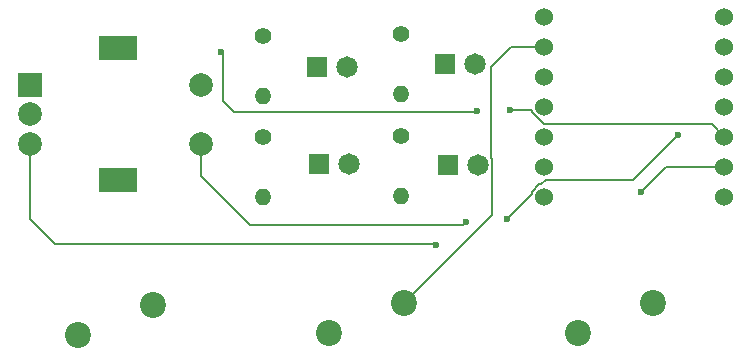
<source format=gbr>
%TF.GenerationSoftware,KiCad,Pcbnew,8.99.0-3419-gcbbcb5ae32*%
%TF.CreationDate,2025-07-01T05:37:35+08:00*%
%TF.ProjectId,pinder,70696e64-6572-42e6-9b69-6361645f7063,rev?*%
%TF.SameCoordinates,Original*%
%TF.FileFunction,Copper,L2,Bot*%
%TF.FilePolarity,Positive*%
%FSLAX46Y46*%
G04 Gerber Fmt 4.6, Leading zero omitted, Abs format (unit mm)*
G04 Created by KiCad (PCBNEW 8.99.0-3419-gcbbcb5ae32) date 2025-07-01 05:37:35*
%MOMM*%
%LPD*%
G01*
G04 APERTURE LIST*
%TA.AperFunction,ComponentPad*%
%ADD10C,1.400000*%
%TD*%
%TA.AperFunction,ComponentPad*%
%ADD11O,1.400000X1.400000*%
%TD*%
%TA.AperFunction,ComponentPad*%
%ADD12C,1.815000*%
%TD*%
%TA.AperFunction,ComponentPad*%
%ADD13R,1.815000X1.815000*%
%TD*%
%TA.AperFunction,ComponentPad*%
%ADD14C,2.200000*%
%TD*%
%TA.AperFunction,ComponentPad*%
%ADD15C,1.524000*%
%TD*%
%TA.AperFunction,ComponentPad*%
%ADD16R,2.000000X2.000000*%
%TD*%
%TA.AperFunction,ComponentPad*%
%ADD17C,2.000000*%
%TD*%
%TA.AperFunction,ComponentPad*%
%ADD18R,3.200000X2.000000*%
%TD*%
%TA.AperFunction,ViaPad*%
%ADD19C,0.600000*%
%TD*%
%TA.AperFunction,Conductor*%
%ADD20C,0.200000*%
%TD*%
G04 APERTURE END LIST*
D10*
%TO.P,R2,1*%
%TO.N,Net-(D2-PadA)*%
X118580000Y-55935000D03*
D11*
%TO.P,R2,2*%
%TO.N,LED2*%
X118580000Y-61015000D03*
%TD*%
D12*
%TO.P,D1,A*%
%TO.N,Net-(D1-PadA)*%
X136500000Y-58300000D03*
D13*
%TO.P,D1,C*%
%TO.N,unconnected-(D1-PadC)*%
X133960000Y-58300000D03*
%TD*%
D10*
%TO.P,R1,1*%
%TO.N,Net-(D1-PadA)*%
X130230000Y-55760000D03*
D11*
%TO.P,R1,2*%
%TO.N,LED1*%
X130230000Y-60840000D03*
%TD*%
D14*
%TO.P,SW3,1,1*%
%TO.N,button3*%
X151620000Y-78540000D03*
%TO.P,SW3,2,2*%
%TO.N,GND*%
X145270000Y-81080000D03*
%TD*%
D10*
%TO.P,R4,1*%
%TO.N,Net-(D4-PadA)*%
X118615000Y-64450000D03*
D11*
%TO.P,R4,2*%
%TO.N,LED4*%
X118615000Y-69530000D03*
%TD*%
D14*
%TO.P,SW2,1,1*%
%TO.N,button2*%
X130480000Y-78540000D03*
%TO.P,SW2,2,2*%
%TO.N,GND*%
X124130000Y-81080000D03*
%TD*%
D10*
%TO.P,R3,1*%
%TO.N,Net-(D3-PadA)*%
X130265000Y-64350000D03*
D11*
%TO.P,R3,2*%
%TO.N,LED3*%
X130265000Y-69430000D03*
%TD*%
D12*
%TO.P,D3,A*%
%TO.N,Net-(D3-PadA)*%
X136765000Y-66800000D03*
D13*
%TO.P,D3,C*%
%TO.N,unconnected-(D3-PadC)*%
X134225000Y-66800000D03*
%TD*%
D15*
%TO.P,U1,1,GPIO26/ADC0/A0*%
%TO.N,button1*%
X142395600Y-54291200D03*
%TO.P,U1,2,GPIO27/ADC1/A1*%
%TO.N,button2*%
X142395600Y-56831200D03*
%TO.P,U1,3,GPIO28/ADC2/A2*%
%TO.N,button3*%
X142395600Y-59371200D03*
%TO.P,U1,4,GPIO29/ADC3/A3*%
%TO.N,LED1*%
X142395600Y-61911200D03*
%TO.P,U1,5,GPIO6/SDA*%
%TO.N,LED2*%
X142395600Y-64451200D03*
%TO.P,U1,6,GPIO7/SCL*%
%TO.N,LED3*%
X142395600Y-66991200D03*
%TO.P,U1,7,GPIO0/TX*%
%TO.N,LED4*%
X142395600Y-69531200D03*
%TO.P,U1,8,GPIO1/RX*%
%TO.N,unconnected-(U1-GPIO1{slash}RX-Pad8)*%
X157635600Y-69531200D03*
%TO.P,U1,9,GPIO2/SCK*%
%TO.N,Net-(U1-GPIO2{slash}SCK)*%
X157635600Y-66991200D03*
%TO.P,U1,10,GPIO4/MISO*%
%TO.N,Net-(U1-GPIO4{slash}MISO)*%
X157635600Y-64451200D03*
%TO.P,U1,11,GPIO3/MOSI*%
%TO.N,Net-(U1-GPIO3{slash}MOSI)*%
X157635600Y-61911200D03*
%TO.P,U1,12,3V3*%
%TO.N,unconnected-(U1-3V3-Pad12)*%
X157635600Y-59371200D03*
%TO.P,U1,13,GND*%
%TO.N,GND*%
X157635600Y-56831200D03*
%TO.P,U1,14,VBUS*%
%TO.N,unconnected-(U1-VBUS-Pad14)*%
X157635600Y-54291200D03*
%TD*%
D14*
%TO.P,SW1,1,1*%
%TO.N,button1*%
X109224000Y-78630400D03*
%TO.P,SW1,2,2*%
%TO.N,GND*%
X102874000Y-81170400D03*
%TD*%
D12*
%TO.P,D2,A*%
%TO.N,Net-(D2-PadA)*%
X125650000Y-58525000D03*
D13*
%TO.P,D2,C*%
%TO.N,unconnected-(D2-PadC)*%
X123110000Y-58525000D03*
%TD*%
D16*
%TO.P,SW4,A,A*%
%TO.N,Net-(U1-GPIO4{slash}MISO)*%
X98825000Y-60025000D03*
D17*
%TO.P,SW4,B,B*%
%TO.N,Net-(U1-GPIO2{slash}SCK)*%
X98825000Y-65025000D03*
%TO.P,SW4,C,C*%
%TO.N,GND*%
X98825000Y-62525000D03*
D18*
%TO.P,SW4,MP*%
%TO.N,N/C*%
X106325000Y-56925000D03*
X106325000Y-68125000D03*
D17*
%TO.P,SW4,S1,S1*%
%TO.N,Net-(U1-GPIO3{slash}MOSI)*%
X113325000Y-65025000D03*
%TO.P,SW4,S2,S2*%
%TO.N,GND*%
X113325000Y-60025000D03*
%TD*%
D12*
%TO.P,D4,A*%
%TO.N,Net-(D4-PadA)*%
X125860000Y-66700000D03*
D13*
%TO.P,D4,C*%
%TO.N,unconnected-(D4-PadC)*%
X123320000Y-66700000D03*
%TD*%
D19*
%TO.N,Net-(U1-GPIO4{slash}MISO)*%
X136700000Y-62275000D03*
X115050000Y-57225000D03*
X139475000Y-62150000D03*
%TO.N,Net-(U1-GPIO2{slash}SCK)*%
X150575000Y-69075000D03*
X133250000Y-73550000D03*
%TO.N,Net-(U1-GPIO3{slash}MOSI)*%
X139250000Y-71425000D03*
X153675000Y-64275000D03*
X135775000Y-71625000D03*
%TD*%
D20*
%TO.N,button2*%
X139593800Y-56831200D02*
X137875000Y-58550000D01*
X137875000Y-66200922D02*
X137973500Y-66299422D01*
X137973500Y-66299422D02*
X137973500Y-71046500D01*
X142395600Y-56831200D02*
X139593800Y-56831200D01*
X137875000Y-58550000D02*
X137875000Y-66200922D01*
X137973500Y-71046500D02*
X130480000Y-78540000D01*
%TO.N,Net-(U1-GPIO4{slash}MISO)*%
X141332600Y-62150000D02*
X141332600Y-62351510D01*
X115050000Y-57225000D02*
X115175000Y-57350000D01*
X142369290Y-63388200D02*
X156572600Y-63388200D01*
X136625000Y-62350000D02*
X136700000Y-62275000D01*
X139475000Y-62150000D02*
X141332600Y-62150000D01*
X141332600Y-62351510D02*
X142369290Y-63388200D01*
X116150000Y-62350000D02*
X116350000Y-62350000D01*
X156572600Y-63388200D02*
X157635600Y-64451200D01*
X116350000Y-62350000D02*
X136625000Y-62350000D01*
X115175000Y-57350000D02*
X115175000Y-61375000D01*
X115175000Y-61375000D02*
X116150000Y-62350000D01*
%TO.N,Net-(U1-GPIO2{slash}SCK)*%
X98825000Y-65025000D02*
X98825000Y-71375000D01*
X98825000Y-71375000D02*
X100950000Y-73500000D01*
X133200000Y-73500000D02*
X133250000Y-73550000D01*
X100950000Y-73500000D02*
X133200000Y-73500000D01*
X150575000Y-69075000D02*
X152658800Y-66991200D01*
X152658800Y-66991200D02*
X157635600Y-66991200D01*
%TO.N,Net-(U1-GPIO3{slash}MOSI)*%
X135500000Y-71900000D02*
X135775000Y-71625000D01*
X142156800Y-68468200D02*
X142570800Y-68054200D01*
X113325000Y-67725000D02*
X117500000Y-71900000D01*
X142570800Y-68054200D02*
X149895800Y-68054200D01*
X141332600Y-69090890D02*
X141955290Y-68468200D01*
X139250000Y-71375000D02*
X141332600Y-69292400D01*
X113325000Y-65025000D02*
X113325000Y-67725000D01*
X141955290Y-68468200D02*
X142156800Y-68468200D01*
X139250000Y-71425000D02*
X139250000Y-71375000D01*
X117500000Y-71900000D02*
X135500000Y-71900000D01*
X149895800Y-68054200D02*
X153675000Y-64275000D01*
X141332600Y-69292400D02*
X141332600Y-69090890D01*
%TD*%
M02*

</source>
